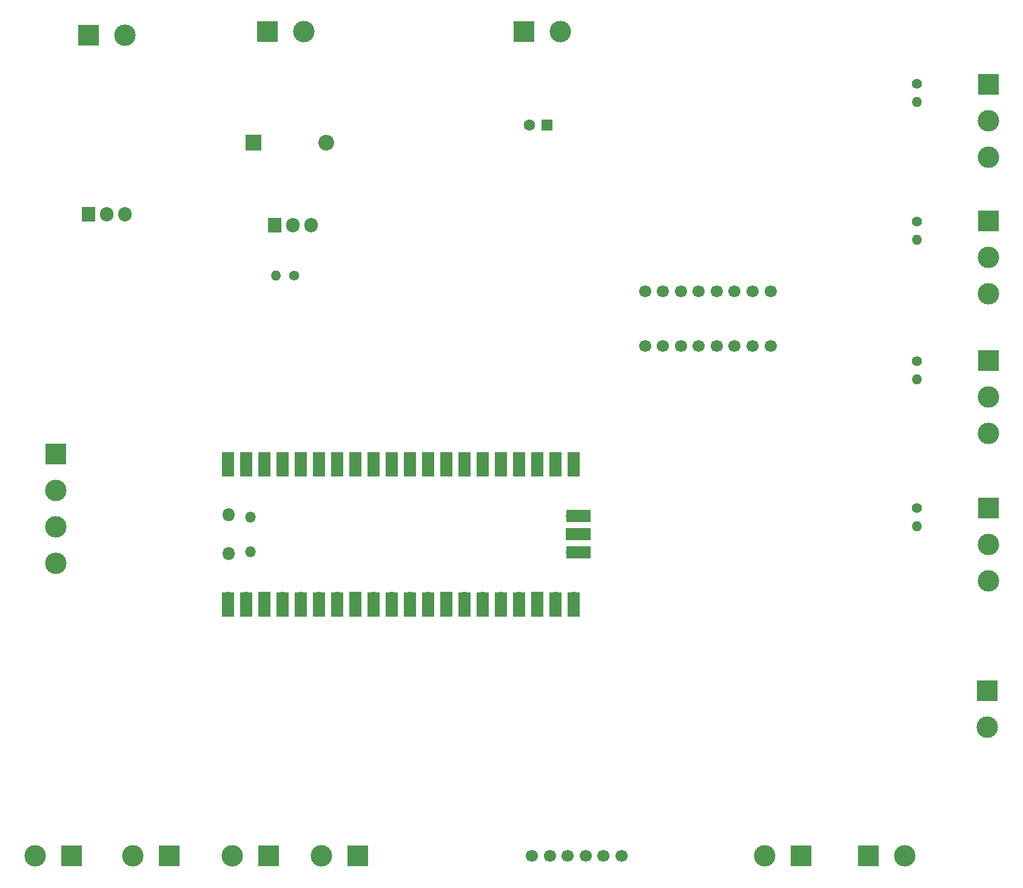
<source format=gbr>
%TF.GenerationSoftware,KiCad,Pcbnew,8.0.1*%
%TF.CreationDate,2024-04-17T15:42:03-07:00*%
%TF.ProjectId,LuliHydroponics,4c756c69-4879-4647-926f-706f6e696373,rev?*%
%TF.SameCoordinates,Original*%
%TF.FileFunction,Soldermask,Top*%
%TF.FilePolarity,Negative*%
%FSLAX46Y46*%
G04 Gerber Fmt 4.6, Leading zero omitted, Abs format (unit mm)*
G04 Created by KiCad (PCBNEW 8.0.1) date 2024-04-17 15:42:03*
%MOMM*%
%LPD*%
G01*
G04 APERTURE LIST*
%ADD10C,3.000000*%
%ADD11R,3.000000X3.000000*%
%ADD12C,1.700000*%
%ADD13C,1.400000*%
%ADD14O,1.400000X1.400000*%
%ADD15R,1.905000X2.000000*%
%ADD16O,1.905000X2.000000*%
%ADD17R,3.500000X1.700000*%
%ADD18O,1.700000X1.700000*%
%ADD19R,1.700000X1.700000*%
%ADD20R,1.700000X3.500000*%
%ADD21O,1.800000X1.800000*%
%ADD22O,1.500000X1.500000*%
%ADD23O,2.200000X2.200000*%
%ADD24R,2.200000X2.200000*%
%ADD25C,1.600000*%
%ADD26R,1.600000X1.600000*%
G04 APERTURE END LIST*
D10*
%TO.C,J10*%
X38000000Y-104160000D03*
X38000000Y-99080000D03*
X38000000Y-94000000D03*
D11*
X38000000Y-88920000D03*
%TD*%
D10*
%TO.C,J9*%
X168000000Y-127000000D03*
D11*
X168000000Y-121920000D03*
%TD*%
D12*
%TO.C,U9*%
X104460000Y-145000000D03*
X106960000Y-145000000D03*
X109460000Y-145000000D03*
X111960000Y-145000000D03*
X114460000Y-145000000D03*
X116960000Y-145000000D03*
%TD*%
D10*
%TO.C,J8*%
X156540000Y-145000000D03*
D11*
X151460000Y-145000000D03*
%TD*%
D10*
%TO.C,U4*%
X168160000Y-66580000D03*
X168160000Y-61500000D03*
D11*
X168160000Y-56420000D03*
%TD*%
D10*
%TO.C,J3*%
X75080000Y-145000000D03*
D11*
X80160000Y-145000000D03*
%TD*%
D13*
%TO.C,R1*%
X71220000Y-64000000D03*
D14*
X68680000Y-64000000D03*
%TD*%
D11*
%TO.C,J5*%
X53825000Y-145000000D03*
D10*
X48745000Y-145000000D03*
%TD*%
%TO.C,J1*%
X47620000Y-30500000D03*
D11*
X42540000Y-30500000D03*
%TD*%
D15*
%TO.C,Q1*%
X68500000Y-57000000D03*
D16*
X71040000Y-57000000D03*
X73580000Y-57000000D03*
%TD*%
D10*
%TO.C,U6*%
X168160000Y-106580000D03*
X168160000Y-101500000D03*
D11*
X168160000Y-96420000D03*
%TD*%
D10*
%TO.C,J4*%
X62580000Y-145000000D03*
D11*
X67660000Y-145000000D03*
%TD*%
D10*
%TO.C,U3*%
X168160000Y-47500000D03*
X168160000Y-42420000D03*
D11*
X168160000Y-37340000D03*
%TD*%
D10*
%TO.C,J2*%
X108410000Y-30000000D03*
D11*
X103330000Y-30000000D03*
%TD*%
D17*
%TO.C,U1*%
X110910000Y-97570000D03*
D18*
X110010000Y-97570000D03*
D17*
X110910000Y-100110000D03*
D19*
X110010000Y-100110000D03*
D17*
X110910000Y-102650000D03*
D18*
X110010000Y-102650000D03*
D20*
X61980000Y-90320000D03*
D18*
X61980000Y-91220000D03*
D20*
X64520000Y-90320000D03*
D18*
X64520000Y-91220000D03*
D20*
X67060000Y-90320000D03*
D19*
X67060000Y-91220000D03*
D20*
X69600000Y-90320000D03*
D18*
X69600000Y-91220000D03*
D20*
X72140000Y-90320000D03*
D18*
X72140000Y-91220000D03*
D20*
X74680000Y-90320000D03*
D18*
X74680000Y-91220000D03*
D20*
X77220000Y-90320000D03*
D18*
X77220000Y-91220000D03*
D20*
X79760000Y-90320000D03*
D19*
X79760000Y-91220000D03*
D20*
X82300000Y-90320000D03*
D18*
X82300000Y-91220000D03*
D20*
X84840000Y-90320000D03*
D18*
X84840000Y-91220000D03*
D20*
X87380000Y-90320000D03*
D18*
X87380000Y-91220000D03*
D20*
X89920000Y-90320000D03*
D18*
X89920000Y-91220000D03*
D20*
X92460000Y-90320000D03*
D19*
X92460000Y-91220000D03*
D20*
X95000000Y-90320000D03*
D18*
X95000000Y-91220000D03*
D20*
X97540000Y-90320000D03*
D18*
X97540000Y-91220000D03*
D20*
X100080000Y-90320000D03*
D18*
X100080000Y-91220000D03*
D20*
X102620000Y-90320000D03*
D18*
X102620000Y-91220000D03*
D20*
X105160000Y-90320000D03*
D19*
X105160000Y-91220000D03*
D20*
X107700000Y-90320000D03*
D18*
X107700000Y-91220000D03*
D20*
X110240000Y-90320000D03*
D18*
X110240000Y-91220000D03*
D20*
X110240000Y-109900000D03*
D18*
X110240000Y-109000000D03*
D20*
X107700000Y-109900000D03*
D18*
X107700000Y-109000000D03*
D20*
X105160000Y-109900000D03*
D19*
X105160000Y-109000000D03*
D20*
X102620000Y-109900000D03*
D18*
X102620000Y-109000000D03*
D20*
X100080000Y-109900000D03*
D18*
X100080000Y-109000000D03*
D20*
X97540000Y-109900000D03*
D18*
X97540000Y-109000000D03*
D20*
X95000000Y-109900000D03*
D18*
X95000000Y-109000000D03*
D20*
X92460000Y-109900000D03*
D19*
X92460000Y-109000000D03*
D20*
X89920000Y-109900000D03*
D18*
X89920000Y-109000000D03*
D20*
X87380000Y-109900000D03*
D18*
X87380000Y-109000000D03*
D20*
X84840000Y-109900000D03*
D18*
X84840000Y-109000000D03*
D20*
X82300000Y-109900000D03*
D18*
X82300000Y-109000000D03*
D20*
X79760000Y-109900000D03*
D19*
X79760000Y-109000000D03*
D20*
X77220000Y-109900000D03*
D18*
X77220000Y-109000000D03*
D20*
X74680000Y-109900000D03*
D18*
X74680000Y-109000000D03*
D20*
X72140000Y-109900000D03*
D18*
X72140000Y-109000000D03*
D20*
X69600000Y-109900000D03*
D18*
X69600000Y-109000000D03*
D20*
X67060000Y-109900000D03*
D19*
X67060000Y-109000000D03*
D20*
X64520000Y-109900000D03*
D18*
X64520000Y-109000000D03*
D20*
X61980000Y-109900000D03*
D18*
X61980000Y-109000000D03*
D21*
X62110000Y-97385000D03*
D22*
X65140000Y-97685000D03*
X65140000Y-102535000D03*
D21*
X62110000Y-102835000D03*
%TD*%
D14*
%TO.C,R3*%
X158160000Y-59000000D03*
D13*
X158160000Y-56460000D03*
%TD*%
D10*
%TO.C,J7*%
X136960000Y-145000000D03*
D11*
X142040000Y-145000000D03*
%TD*%
D14*
%TO.C,R4*%
X158160000Y-78500000D03*
D13*
X158160000Y-75960000D03*
%TD*%
%TO.C,R5*%
X158160000Y-96460000D03*
D14*
X158160000Y-99000000D03*
%TD*%
D12*
%TO.C,U2*%
X137750000Y-73810000D03*
X135250000Y-73810000D03*
X132750000Y-73810000D03*
X130250000Y-73810000D03*
X127750000Y-73810000D03*
X125250000Y-73810000D03*
X122750000Y-73810000D03*
X120250000Y-73810000D03*
X120250000Y-66190000D03*
X122750000Y-66190000D03*
X125250000Y-66190000D03*
X127750000Y-66190000D03*
X130250000Y-66190000D03*
X132750000Y-66190000D03*
X135250000Y-66190000D03*
X137750000Y-66190000D03*
%TD*%
D11*
%TO.C,J6*%
X40160000Y-145000000D03*
D10*
X35080000Y-145000000D03*
%TD*%
%TO.C,M1*%
X72620000Y-30000000D03*
D11*
X67540000Y-30000000D03*
%TD*%
D16*
%TO.C,Q2*%
X47660000Y-55500000D03*
X45120000Y-55500000D03*
D15*
X42580000Y-55500000D03*
%TD*%
D23*
%TO.C,D1*%
X75740000Y-45500000D03*
D24*
X65580000Y-45500000D03*
%TD*%
D14*
%TO.C,R2*%
X158160000Y-39780000D03*
D13*
X158160000Y-37240000D03*
%TD*%
D25*
%TO.C,C1*%
X104080000Y-43000000D03*
D26*
X106580000Y-43000000D03*
%TD*%
D10*
%TO.C,U5*%
X168160000Y-86000000D03*
X168160000Y-80920000D03*
D11*
X168160000Y-75840000D03*
%TD*%
M02*

</source>
